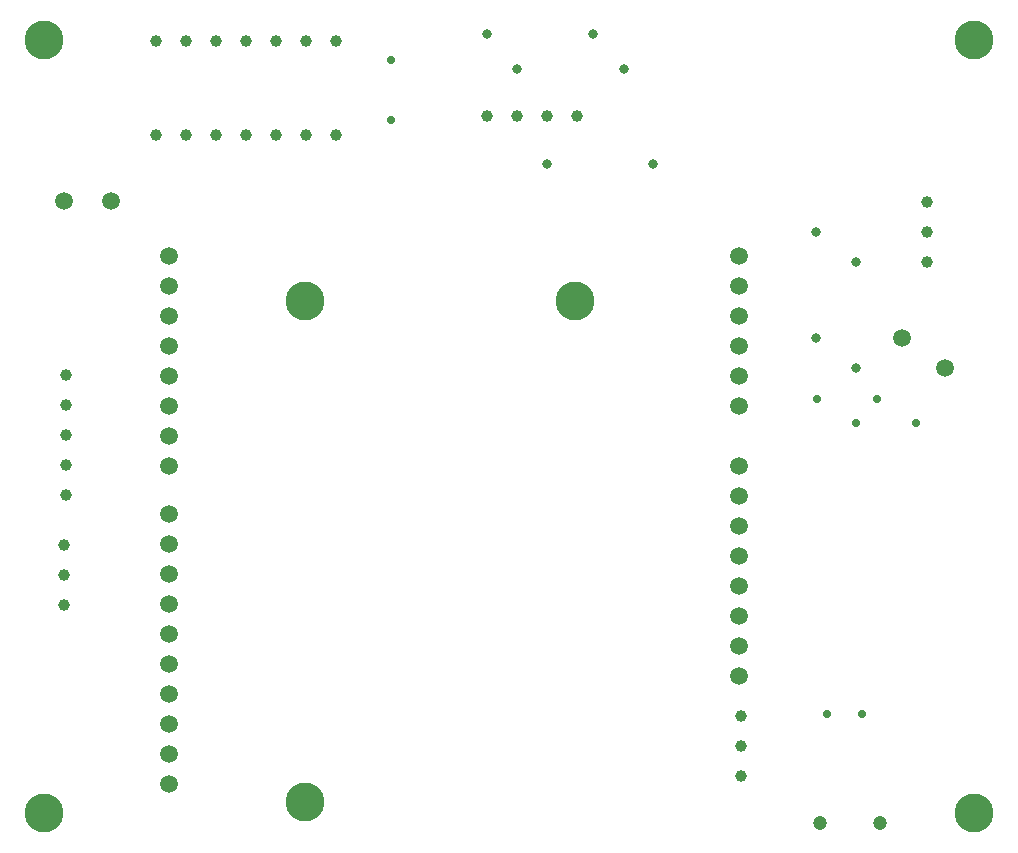
<source format=gbr>
%TF.GenerationSoftware,Altium Limited,Altium Designer,24.6.1 (21)*%
G04 Layer_Color=0*
%FSLAX45Y45*%
%MOMM*%
%TF.SameCoordinates,00C5B58C-7B9D-40F4-BCB4-C120E55E61B4*%
%TF.FilePolarity,Positive*%
%TF.FileFunction,Plated,1,2,PTH,Drill*%
%TF.Part,Single*%
G01*
G75*
%TA.AperFunction,ComponentDrill*%
%ADD44C,1.00000*%
%ADD45C,1.00000*%
%ADD46C,0.70000*%
%ADD47C,1.50000*%
%ADD48C,0.80000*%
%ADD49C,1.20000*%
%ADD50C,0.80000*%
%ADD51C,3.30000*%
%ADD52C,0.70000*%
D44*
X6732000Y8870000D02*
D03*
X6986000D02*
D03*
X7240000D02*
D03*
X7494000D02*
D03*
D45*
X10460000Y7636000D02*
D03*
Y7890000D02*
D03*
Y8144000D02*
D03*
X8887500Y3281000D02*
D03*
Y3535000D02*
D03*
Y3789000D02*
D03*
X3150000Y5244000D02*
D03*
Y4990000D02*
D03*
Y4736000D02*
D03*
X3170000Y5660500D02*
D03*
Y5914500D02*
D03*
Y6168500D02*
D03*
Y6422500D02*
D03*
Y6676500D02*
D03*
X3928000Y8713000D02*
D03*
X4182000D02*
D03*
X4436000D02*
D03*
X4690000D02*
D03*
X4944000D02*
D03*
X5198000D02*
D03*
X5452000D02*
D03*
Y9507000D02*
D03*
X5198000D02*
D03*
X4944000D02*
D03*
X4690000D02*
D03*
X4436000D02*
D03*
X4182000D02*
D03*
X3928000D02*
D03*
D46*
X10035500Y6477500D02*
D03*
X9527500D02*
D03*
X10368000Y6270000D02*
D03*
X9860000D02*
D03*
X9910000Y3810000D02*
D03*
X9610000D02*
D03*
D47*
X8864600Y4889500D02*
D03*
Y5143500D02*
D03*
Y6413500D02*
D03*
Y6667500D02*
D03*
Y6921500D02*
D03*
Y7175500D02*
D03*
Y7429500D02*
D03*
Y7683500D02*
D03*
X4038600Y3721100D02*
D03*
Y7683500D02*
D03*
Y7429500D02*
D03*
Y7175500D02*
D03*
Y6921500D02*
D03*
Y6667500D02*
D03*
Y6413500D02*
D03*
Y6159500D02*
D03*
Y5905500D02*
D03*
Y5499100D02*
D03*
Y5245100D02*
D03*
Y4991100D02*
D03*
Y4737100D02*
D03*
Y4483100D02*
D03*
Y4229100D02*
D03*
X8864600Y5397500D02*
D03*
Y5651500D02*
D03*
X4038600Y3975100D02*
D03*
X8864600Y4635500D02*
D03*
Y5905500D02*
D03*
X4038600Y3467100D02*
D03*
Y3213100D02*
D03*
X8864600Y4381500D02*
D03*
Y4127500D02*
D03*
X10610000Y6740000D02*
D03*
X10250000Y6990000D02*
D03*
X3147500Y8150000D02*
D03*
X3547500D02*
D03*
D48*
X6730000Y9570000D02*
D03*
X7630000D02*
D03*
X6990000Y9270000D02*
D03*
X7890000D02*
D03*
X8140000Y8470000D02*
D03*
X7240000D02*
D03*
D49*
X10057900Y2882900D02*
D03*
X9550400D02*
D03*
D50*
X9520000Y7890000D02*
D03*
Y6990000D02*
D03*
X9860000Y7640000D02*
D03*
Y6740000D02*
D03*
D51*
X5193801Y7308802D02*
D03*
X7479801D02*
D03*
X5193801Y3063202D02*
D03*
X2980000Y2970000D02*
D03*
X10860000D02*
D03*
Y9520000D02*
D03*
X2980000D02*
D03*
D52*
X5920000Y8840000D02*
D03*
Y9348000D02*
D03*
%TF.MD5,c5155e442e7bd24a7031b416cf8b08bc*%
M02*

</source>
